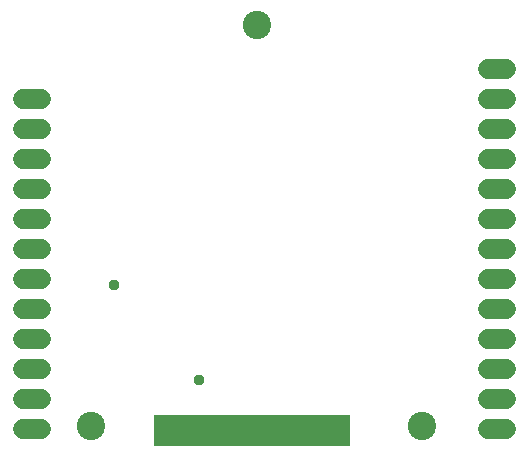
<source format=gbr>
G04 EAGLE Gerber RS-274X export*
G75*
%MOMM*%
%FSLAX34Y34*%
%LPD*%
%INSoldermask Bottom*%
%IPPOS*%
%AMOC8*
5,1,8,0,0,1.08239X$1,22.5*%
G01*
%ADD10R,1.361200X1.361200*%
%ADD11C,2.403200*%
%ADD12C,1.727200*%
%ADD13C,0.959600*%


D10*
X161300Y68600D03*
X174000Y68600D03*
X186700Y68600D03*
X199400Y68600D03*
X212100Y68600D03*
X224800Y68600D03*
X237500Y68600D03*
X250200Y68600D03*
X262900Y68600D03*
X275600Y68600D03*
X288300Y68600D03*
X301000Y68600D03*
X313700Y68600D03*
X313700Y81300D03*
X301000Y81300D03*
X288300Y81300D03*
X275600Y81300D03*
X262900Y81300D03*
X250200Y81300D03*
X237500Y81300D03*
X224800Y81300D03*
X212100Y81300D03*
X199400Y81300D03*
X186700Y81300D03*
X174000Y81300D03*
X161300Y81300D03*
D11*
X101300Y78600D03*
X381300Y78600D03*
X241300Y418600D03*
D12*
X436880Y76200D02*
X452120Y76200D01*
X452120Y101600D02*
X436880Y101600D01*
X436880Y127000D02*
X452120Y127000D01*
X452120Y152400D02*
X436880Y152400D01*
X436880Y177800D02*
X452120Y177800D01*
X452120Y203200D02*
X436880Y203200D01*
X436880Y228600D02*
X452120Y228600D01*
X452120Y254000D02*
X436880Y254000D01*
X436880Y279400D02*
X452120Y279400D01*
X452120Y304800D02*
X436880Y304800D01*
X436880Y330200D02*
X452120Y330200D01*
X452120Y355600D02*
X436880Y355600D01*
X436880Y381000D02*
X452120Y381000D01*
X58420Y355600D02*
X43180Y355600D01*
X43180Y330200D02*
X58420Y330200D01*
X58420Y304800D02*
X43180Y304800D01*
X43180Y279400D02*
X58420Y279400D01*
X58420Y254000D02*
X43180Y254000D01*
X43180Y228600D02*
X58420Y228600D01*
X58420Y203200D02*
X43180Y203200D01*
X43180Y177800D02*
X58420Y177800D01*
X58420Y152400D02*
X43180Y152400D01*
X43180Y127000D02*
X58420Y127000D01*
X58420Y101600D02*
X43180Y101600D01*
X43180Y76200D02*
X58420Y76200D01*
D13*
X120396Y198120D03*
X192024Y117348D03*
M02*

</source>
